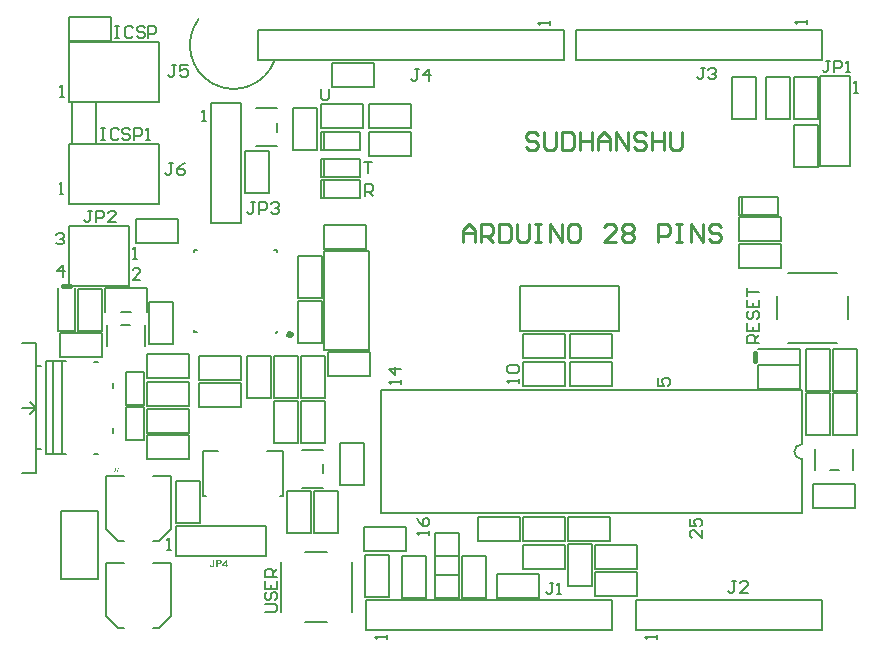
<source format=gto>
G04*
G04 #@! TF.GenerationSoftware,Altium Limited,Altium Designer,18.1.7 (191)*
G04*
G04 Layer_Color=65535*
%FSLAX44Y44*%
%MOMM*%
G71*
G01*
G75*
%ADD10C,0.2000*%
%ADD11C,0.5000*%
%ADD12C,0.4000*%
%ADD13C,0.2540*%
G36*
X136096Y68269D02*
Y68259D01*
Y68230D01*
Y68191D01*
Y68142D01*
Y68074D01*
X136087Y67996D01*
X136077Y67820D01*
X136058Y67616D01*
X136038Y67411D01*
X135999Y67216D01*
X135950Y67040D01*
Y67030D01*
X135940Y67021D01*
X135931Y66991D01*
X135911Y66952D01*
X135862Y66845D01*
X135794Y66718D01*
X135706Y66582D01*
X135580Y66426D01*
X135443Y66279D01*
X135267Y66143D01*
X135258D01*
X135248Y66133D01*
X135219Y66114D01*
X135180Y66094D01*
X135131Y66065D01*
X135072Y66035D01*
X135004Y66006D01*
X134926Y65977D01*
X134741Y65918D01*
X134516Y65860D01*
X134263Y65821D01*
X133970Y65811D01*
X133882D01*
X133814Y65821D01*
X133736Y65831D01*
X133648Y65840D01*
X133541Y65860D01*
X133434Y65879D01*
X133200Y65938D01*
X132956Y66035D01*
X132839Y66094D01*
X132722Y66162D01*
X132605Y66250D01*
X132507Y66338D01*
X132497Y66348D01*
X132488Y66367D01*
X132458Y66396D01*
X132429Y66435D01*
X132390Y66494D01*
X132351Y66562D01*
X132302Y66640D01*
X132254Y66728D01*
X132205Y66835D01*
X132156Y66952D01*
X132117Y67079D01*
X132078Y67216D01*
X132049Y67372D01*
X132020Y67537D01*
X132010Y67713D01*
X132000Y67898D01*
X133229Y68035D01*
Y68025D01*
Y68015D01*
Y67986D01*
X133239Y67947D01*
Y67850D01*
X133258Y67733D01*
X133278Y67596D01*
X133307Y67469D01*
X133336Y67352D01*
X133385Y67255D01*
X133395Y67245D01*
X133424Y67206D01*
X133473Y67147D01*
X133541Y67089D01*
X133629Y67021D01*
X133736Y66972D01*
X133863Y66933D01*
X134009Y66913D01*
X134078D01*
X134156Y66923D01*
X134243Y66943D01*
X134351Y66972D01*
X134448Y67021D01*
X134536Y67079D01*
X134614Y67157D01*
X134624Y67167D01*
X134643Y67206D01*
X134672Y67274D01*
X134712Y67382D01*
X134721Y67440D01*
X134741Y67518D01*
X134760Y67596D01*
X134770Y67694D01*
X134780Y67801D01*
X134789Y67918D01*
X134799Y68045D01*
Y68181D01*
Y72336D01*
X136096D01*
Y68269D01*
D02*
G37*
G36*
X146767Y68289D02*
X147557D01*
Y67216D01*
X146767D01*
Y65928D01*
X145577D01*
Y67216D01*
X142953D01*
Y68279D01*
X145733Y72356D01*
X146767D01*
Y68289D01*
D02*
G37*
G36*
X140047Y72327D02*
X140174D01*
X140437Y72317D01*
X140690Y72297D01*
X140808Y72288D01*
X140915Y72268D01*
X141003Y72258D01*
X141081Y72239D01*
X141090D01*
X141110Y72229D01*
X141129Y72219D01*
X141168Y72210D01*
X141276Y72171D01*
X141403Y72102D01*
X141549Y72024D01*
X141695Y71907D01*
X141851Y71771D01*
X141997Y71605D01*
Y71595D01*
X142017Y71585D01*
X142036Y71556D01*
X142056Y71517D01*
X142085Y71468D01*
X142114Y71410D01*
X142192Y71273D01*
X142261Y71088D01*
X142319Y70873D01*
X142358Y70629D01*
X142378Y70356D01*
Y70347D01*
Y70327D01*
Y70298D01*
Y70259D01*
X142368Y70152D01*
X142349Y70015D01*
X142329Y69859D01*
X142290Y69693D01*
X142232Y69527D01*
X142163Y69371D01*
X142154Y69352D01*
X142124Y69303D01*
X142076Y69235D01*
X142017Y69147D01*
X141939Y69040D01*
X141841Y68932D01*
X141734Y68835D01*
X141617Y68737D01*
X141607Y68727D01*
X141559Y68698D01*
X141490Y68659D01*
X141412Y68620D01*
X141305Y68562D01*
X141198Y68513D01*
X141071Y68474D01*
X140944Y68435D01*
X140925D01*
X140895Y68425D01*
X140856D01*
X140808Y68415D01*
X140749Y68406D01*
X140681Y68396D01*
X140603D01*
X140515Y68386D01*
X140417Y68376D01*
X140310Y68367D01*
X140183Y68357D01*
X140056D01*
X139920Y68347D01*
X138769D01*
Y65928D01*
X137472D01*
Y72336D01*
X139930D01*
X140047Y72327D01*
D02*
G37*
G36*
X52775Y148019D02*
Y148014D01*
Y148000D01*
Y147980D01*
Y147951D01*
X52770Y147917D01*
Y147878D01*
X52765Y147790D01*
X52751Y147688D01*
X52736Y147585D01*
X52712Y147483D01*
X52678Y147395D01*
X52673Y147385D01*
X52658Y147361D01*
X52634Y147322D01*
X52604Y147273D01*
X52561Y147215D01*
X52507Y147161D01*
X52439Y147107D01*
X52365Y147058D01*
X52356Y147054D01*
X52326Y147039D01*
X52283Y147024D01*
X52224Y147005D01*
X52151Y146980D01*
X52068Y146966D01*
X51971Y146951D01*
X51868Y146946D01*
X51829D01*
X51800Y146951D01*
X51766Y146956D01*
X51722Y146961D01*
X51629Y146976D01*
X51527Y147005D01*
X51419Y147049D01*
X51366Y147073D01*
X51317Y147107D01*
X51268Y147141D01*
X51224Y147185D01*
Y147190D01*
X51215Y147195D01*
X51205Y147210D01*
X51190Y147229D01*
X51171Y147259D01*
X51156Y147288D01*
X51132Y147327D01*
X51112Y147366D01*
X51093Y147415D01*
X51073Y147468D01*
X51054Y147527D01*
X51039Y147595D01*
X51024Y147663D01*
X51015Y147741D01*
X51010Y147819D01*
Y147907D01*
X51390Y147961D01*
Y147956D01*
Y147946D01*
Y147927D01*
X51395Y147902D01*
Y147873D01*
X51400Y147839D01*
X51415Y147761D01*
X51429Y147673D01*
X51454Y147590D01*
X51488Y147517D01*
X51507Y147483D01*
X51527Y147454D01*
X51532Y147449D01*
X51551Y147434D01*
X51575Y147410D01*
X51614Y147390D01*
X51663Y147366D01*
X51722Y147341D01*
X51790Y147327D01*
X51868Y147322D01*
X51897D01*
X51927Y147327D01*
X51961Y147332D01*
X52005Y147341D01*
X52053Y147351D01*
X52097Y147371D01*
X52141Y147395D01*
X52146Y147400D01*
X52161Y147410D01*
X52180Y147424D01*
X52205Y147449D01*
X52234Y147473D01*
X52258Y147507D01*
X52283Y147546D01*
X52302Y147590D01*
Y147595D01*
X52312Y147614D01*
X52317Y147644D01*
X52326Y147688D01*
X52336Y147746D01*
X52341Y147814D01*
X52351Y147897D01*
Y147995D01*
Y150204D01*
X52775D01*
Y148019D01*
D02*
G37*
G36*
X55404Y149858D02*
X55399Y149853D01*
X55389Y149843D01*
X55374Y149824D01*
X55350Y149799D01*
X55326Y149765D01*
X55292Y149726D01*
X55253Y149677D01*
X55214Y149629D01*
X55170Y149570D01*
X55121Y149502D01*
X55067Y149433D01*
X55019Y149355D01*
X54965Y149273D01*
X54906Y149185D01*
X54853Y149087D01*
X54794Y148990D01*
X54789Y148985D01*
X54780Y148965D01*
X54765Y148936D01*
X54745Y148897D01*
X54721Y148848D01*
X54692Y148790D01*
X54658Y148722D01*
X54623Y148648D01*
X54589Y148570D01*
X54550Y148483D01*
X54511Y148390D01*
X54472Y148292D01*
X54399Y148092D01*
X54331Y147878D01*
Y147873D01*
X54326Y147858D01*
X54321Y147839D01*
X54311Y147810D01*
X54302Y147771D01*
X54292Y147727D01*
X54282Y147673D01*
X54268Y147619D01*
X54258Y147556D01*
X54243Y147488D01*
X54219Y147341D01*
X54199Y147176D01*
X54185Y147000D01*
X53780D01*
Y147005D01*
Y147020D01*
Y147039D01*
X53785Y147068D01*
Y147102D01*
X53790Y147146D01*
X53794Y147200D01*
X53799Y147254D01*
X53809Y147317D01*
X53819Y147390D01*
X53829Y147463D01*
X53843Y147541D01*
X53858Y147629D01*
X53877Y147717D01*
X53926Y147912D01*
Y147917D01*
X53931Y147936D01*
X53941Y147966D01*
X53951Y148005D01*
X53965Y148053D01*
X53985Y148107D01*
X54004Y148170D01*
X54029Y148244D01*
X54058Y148317D01*
X54087Y148400D01*
X54155Y148575D01*
X54238Y148760D01*
X54331Y148946D01*
X54336Y148951D01*
X54345Y148970D01*
X54360Y148995D01*
X54380Y149029D01*
X54404Y149073D01*
X54433Y149121D01*
X54467Y149175D01*
X54502Y149239D01*
X54589Y149370D01*
X54687Y149512D01*
X54789Y149653D01*
X54901Y149789D01*
X53331D01*
Y150165D01*
X55404D01*
Y149858D01*
D02*
G37*
%LPC*%
G36*
X145577Y70483D02*
X144094Y68289D01*
X145577D01*
Y70483D01*
D02*
G37*
G36*
X139735Y71254D02*
X138769D01*
Y69430D01*
X139657D01*
X139725Y69440D01*
X139881D01*
X140056Y69449D01*
X140222Y69469D01*
X140369Y69498D01*
X140437Y69508D01*
X140486Y69527D01*
X140495Y69537D01*
X140525Y69547D01*
X140573Y69566D01*
X140632Y69605D01*
X140700Y69644D01*
X140768Y69703D01*
X140837Y69761D01*
X140895Y69839D01*
X140905Y69849D01*
X140915Y69878D01*
X140944Y69927D01*
X140973Y69986D01*
X140993Y70054D01*
X141022Y70142D01*
X141032Y70239D01*
X141042Y70337D01*
Y70356D01*
Y70395D01*
X141032Y70464D01*
X141012Y70542D01*
X140993Y70629D01*
X140954Y70727D01*
X140905Y70824D01*
X140837Y70912D01*
X140827Y70922D01*
X140798Y70951D01*
X140759Y70990D01*
X140690Y71039D01*
X140622Y71088D01*
X140525Y71137D01*
X140427Y71176D01*
X140310Y71205D01*
X140300D01*
X140261Y71215D01*
X140203Y71224D01*
X140115Y71234D01*
X139988D01*
X139822Y71244D01*
X139735Y71254D01*
D02*
G37*
%LPD*%
D10*
X633550Y170180D02*
G03*
X633550Y157480I0J-6350D01*
G01*
X122591Y529918D02*
G03*
X187134Y495251I29809J-21918D01*
G01*
X78780Y281840D02*
Y302160D01*
X57050Y281840D02*
X65500D01*
X43220D02*
Y302160D01*
X103500Y75300D02*
X179700D01*
X103500Y100700D02*
X179700D01*
X103500Y75300D02*
Y100700D01*
X179700Y75300D02*
Y100700D01*
X133300Y357100D02*
X158700D01*
X133300Y458700D02*
X158700D01*
Y357100D02*
Y458700D01*
X133300Y357100D02*
Y458700D01*
X12700Y303900D02*
X63500D01*
X12700D02*
Y354700D01*
X63500D01*
Y303900D02*
Y354700D01*
X649300Y405500D02*
Y481700D01*
X674700Y405500D02*
Y481700D01*
X649300D02*
X674700D01*
X649300Y405500D02*
X674700D01*
X34370Y240000D02*
X37370D01*
X50370Y218000D02*
Y222000D01*
Y180000D02*
Y184000D01*
X-6630Y241000D02*
X10370D01*
X-6630Y162000D02*
Y241000D01*
Y162000D02*
X10370D01*
X34370D02*
X37370D01*
X-630D02*
Y241000D01*
X7370Y162000D02*
Y241000D01*
X-14630Y146000D02*
Y256000D01*
X-26630D02*
X-14630D01*
X-26630Y146000D02*
X-14630D01*
X-26630Y201000D02*
X-14630D01*
Y236000D02*
X-10630D01*
X-14630Y166000D02*
X-10630D01*
X-19630Y206000D02*
X-14630Y201000D01*
X-15630Y200000D02*
Y201000D01*
X-19630Y196000D02*
X-15630Y200000D01*
X12700Y424180D02*
X88900D01*
Y373380D02*
Y424180D01*
X12700Y373380D02*
X88900D01*
X12700D02*
Y424180D01*
Y510540D02*
X88900D01*
Y459740D02*
Y510540D01*
X12700Y459740D02*
X88900D01*
X12700D02*
Y510540D01*
X172720Y520700D02*
X431800D01*
X172720Y495300D02*
Y520700D01*
Y495300D02*
X431800D01*
Y520700D01*
X441960D02*
X650240D01*
X441960Y495300D02*
X650240D01*
Y520700D01*
X441960Y495300D02*
Y520700D01*
X492760Y12700D02*
X650240D01*
X492760Y38100D02*
X650240D01*
X492760Y12700D02*
Y38100D01*
X650240Y12700D02*
Y38100D01*
X264160Y12700D02*
X472440D01*
X264160Y38100D02*
X472440D01*
X264160Y12700D02*
Y38100D01*
X472440Y12700D02*
Y38100D01*
X633550Y170180D02*
Y215830D01*
Y111830D02*
Y157480D01*
X277550Y111830D02*
X633350D01*
X277550D02*
Y215830D01*
X633350D01*
X472780Y242840D02*
Y263160D01*
X437220Y242840D02*
X472780D01*
X437220D02*
Y263160D01*
X472780D01*
X126400Y126000D02*
X129400D01*
X191400D02*
X194400D01*
Y164000D01*
X180400D02*
X194400D01*
X126400D02*
X139400D01*
X126400Y126000D02*
Y164000D01*
X479000Y266000D02*
Y304000D01*
X395000Y266000D02*
X479000D01*
X395000D02*
Y304000D01*
X479000D01*
X229000Y250000D02*
X267000D01*
X229000D02*
Y334000D01*
X267000D01*
Y250000D02*
Y334000D01*
X171500Y454500D02*
X189500D01*
X171500Y422500D02*
X189500D01*
Y434500D02*
Y442500D01*
X45000Y253500D02*
Y271500D01*
X77000Y253500D02*
Y271500D01*
X57000D02*
X65000D01*
X677000Y148500D02*
Y166500D01*
X645000Y148500D02*
Y166500D01*
X657000Y148500D02*
X665000D01*
X210500Y165500D02*
X228500D01*
X210500Y133500D02*
X228500D01*
Y145500D02*
Y153500D01*
X89500Y88500D02*
X99500Y98500D01*
X84500Y88500D02*
X89500D01*
X44500Y98500D02*
X54500Y88500D01*
X59500D01*
X44500Y98500D02*
Y143500D01*
X59500D01*
X84500D02*
X99500D01*
Y98500D02*
Y143500D01*
X89500Y14500D02*
X99500Y24500D01*
X84500Y14500D02*
X89500D01*
X44500Y24500D02*
X54500Y14500D01*
X59500D01*
X44500Y24500D02*
Y69500D01*
X59500D01*
X84500D02*
X99500D01*
Y24500D02*
Y69500D01*
X209840Y209220D02*
Y244780D01*
Y209220D02*
X230160D01*
Y244780D01*
X209840D02*
X230160D01*
X103840Y103220D02*
Y138780D01*
Y103220D02*
X124160D01*
Y138780D01*
X103840D02*
X124160D01*
X197840Y95220D02*
Y130780D01*
Y95220D02*
X218160D01*
Y130780D01*
X197840D02*
X218160D01*
X458220Y64840D02*
X493780D01*
Y85160D01*
X458220D02*
X493780D01*
X458220Y64840D02*
Y85160D01*
X235720Y493160D02*
X271280D01*
X235720Y472840D02*
Y493160D01*
Y472840D02*
X271280D01*
Y493160D01*
X397220Y64840D02*
X432780D01*
Y85160D01*
X397220D02*
X432780D01*
X397220Y64840D02*
Y85160D01*
X580220Y339910D02*
X615780D01*
X580220Y319590D02*
Y339910D01*
Y319590D02*
X615780D01*
Y339910D01*
X6000Y56000D02*
Y114000D01*
Y56000D02*
X38000D01*
Y114000D01*
X6000D02*
X38000D01*
X612500Y276500D02*
Y295500D01*
X672500Y276500D02*
Y295500D01*
X621500Y315500D02*
X663500D01*
X621500Y255500D02*
X663500D01*
X212500Y19250D02*
X231500D01*
X212500Y79250D02*
X231500D01*
X192500Y28250D02*
Y70250D01*
X252500Y28250D02*
Y70250D01*
X580220Y364380D02*
X582760D01*
X580220Y379620D02*
X582760D01*
Y364380D02*
Y379620D01*
X613240D01*
Y364380D02*
Y379620D01*
X582760Y364380D02*
X613240D01*
X580220D02*
Y379620D01*
X226220Y419380D02*
X228760D01*
X226220Y434620D02*
X228760D01*
Y419380D02*
Y434620D01*
X259240D01*
Y419380D02*
Y434620D01*
X228760Y419380D02*
X259240D01*
X226220D02*
Y434620D01*
Y396380D02*
X228760D01*
X226220Y411620D02*
X228760D01*
Y396380D02*
Y411620D01*
X259240D01*
Y396380D02*
Y411620D01*
X228760Y396380D02*
X259240D01*
X226220D02*
Y411620D01*
Y378460D02*
X228760D01*
X226220Y393700D02*
X228760D01*
Y378460D02*
Y393700D01*
X259240D01*
Y378460D02*
Y393700D01*
X228760Y378460D02*
X259240D01*
X226220D02*
Y393700D01*
X189000Y333000D02*
Y335000D01*
Y333000D02*
Y335000D01*
X187000D02*
X189000D01*
X119000Y333000D02*
Y335000D01*
X121000D01*
X119000D02*
X121000D01*
X119000Y265000D02*
X121000D01*
X119000D02*
Y267000D01*
Y265000D02*
Y267000D01*
X188000Y264000D02*
X190000Y266000D01*
X18000D02*
Y302000D01*
X4000Y266000D02*
X18000D01*
X4000D02*
Y302000D01*
X596000Y251000D02*
X632000D01*
Y237000D02*
Y251000D01*
X596000Y237000D02*
X632000D01*
X161840Y383220D02*
X182160D01*
X161840D02*
Y418780D01*
X182160D01*
Y383220D02*
Y418780D01*
X267220Y437590D02*
Y457910D01*
X302780D01*
Y437590D02*
Y457910D01*
X267220Y437590D02*
X302780D01*
X267220Y414590D02*
Y434910D01*
X302780D01*
Y414590D02*
Y434910D01*
X267220Y414590D02*
X302780D01*
X80840Y290780D02*
X101160D01*
Y255220D02*
Y290780D01*
X80840Y255220D02*
X101160D01*
X80840D02*
Y290780D01*
X105280Y340840D02*
Y361160D01*
X69720Y340840D02*
X105280D01*
X69720D02*
Y361160D01*
X105280D01*
X79220Y202840D02*
Y223160D01*
X114780D01*
Y202840D02*
Y223160D01*
X79220Y202840D02*
X114780D01*
X79220Y179840D02*
Y200160D01*
X114780D01*
Y179840D02*
Y200160D01*
X79220Y179840D02*
X114780D01*
X78970Y157340D02*
Y177660D01*
Y157340D02*
X114530D01*
Y177660D01*
X78970D02*
X114530D01*
X206840Y256220D02*
X227160D01*
X206840D02*
Y291780D01*
X227160D01*
Y256220D02*
Y291780D01*
X603080Y445160D02*
X623400D01*
X603080D02*
Y480720D01*
X623400D01*
Y445160D02*
Y480720D01*
X574040Y445160D02*
X594360D01*
X574040D02*
Y480720D01*
X594360D01*
Y445160D02*
Y480720D01*
X626680Y404520D02*
X647000D01*
X626680D02*
Y440080D01*
X647000D01*
Y404520D02*
Y440080D01*
X394780Y87840D02*
Y108160D01*
X359220Y87840D02*
X394780D01*
X359220D02*
Y108160D01*
X394780D01*
X596220Y216840D02*
Y237160D01*
X631780D01*
Y216840D02*
Y237160D01*
X596220Y216840D02*
X631780D01*
X261780Y437840D02*
Y458160D01*
X226220Y437840D02*
X261780D01*
X226220D02*
Y458160D01*
X261780D01*
X432780Y219840D02*
Y240160D01*
X397220Y219840D02*
X432780D01*
X397220D02*
Y240160D01*
X432780D01*
X615780Y341840D02*
Y362160D01*
X580220Y341840D02*
X615780D01*
X580220D02*
Y362160D01*
X615780D01*
X659840Y178220D02*
X680160D01*
X659840D02*
Y213780D01*
X680160D01*
Y178220D02*
Y213780D01*
X20840Y266220D02*
X41160D01*
X20840D02*
Y301780D01*
X41160D01*
Y266220D02*
Y301780D01*
X659920Y250780D02*
X680240D01*
Y215220D02*
Y250780D01*
X659920Y215220D02*
X680240D01*
X659920D02*
Y250780D01*
X263840Y76780D02*
X284160D01*
Y41220D02*
Y76780D01*
X263840Y41220D02*
X284160D01*
X263840D02*
Y76780D01*
X242840Y135220D02*
X263160D01*
X242840D02*
Y170780D01*
X263160D01*
Y135220D02*
Y170780D01*
X5220Y243840D02*
Y264160D01*
X40780D01*
Y243840D02*
Y264160D01*
X5220Y243840D02*
X40780D01*
X636840Y250780D02*
X657160D01*
Y215220D02*
Y250780D01*
X636840Y215220D02*
X657160D01*
X636840D02*
Y250780D01*
X298780Y79840D02*
Y100160D01*
X263220Y79840D02*
X298780D01*
X263220D02*
Y100160D01*
X298780D01*
X123470Y201840D02*
Y222160D01*
X159030D01*
Y201840D02*
Y222160D01*
X123470Y201840D02*
X159030D01*
X322840Y94780D02*
X343160D01*
Y59220D02*
Y94780D01*
X322840Y59220D02*
X343160D01*
X322840D02*
Y94780D01*
Y75780D02*
X343160D01*
Y40220D02*
Y75780D01*
X322840Y40220D02*
X343160D01*
X322840D02*
Y75780D01*
X61380Y203530D02*
Y231470D01*
Y203530D02*
X76620D01*
Y231470D01*
X61380D02*
X76620D01*
Y173530D02*
Y201470D01*
X61380D02*
X76620D01*
X61380Y173530D02*
Y201470D01*
Y173530D02*
X76620D01*
X186840Y209220D02*
X207160D01*
X186840D02*
Y244780D01*
X207160D01*
Y209220D02*
Y244780D01*
X206840Y329780D02*
X227160D01*
Y294220D02*
Y329780D01*
X206840Y294220D02*
X227160D01*
X206840D02*
Y329780D01*
X163840Y209220D02*
X184160D01*
X163840D02*
Y244780D01*
X184160D01*
Y209220D02*
Y244780D01*
X158780Y224840D02*
Y245160D01*
X123220Y224840D02*
X158780D01*
X123220D02*
Y245160D01*
X158780D01*
X15840Y459780D02*
X36160D01*
Y424220D02*
Y459780D01*
X15840Y424220D02*
X36160D01*
X15840D02*
Y459780D01*
X264780Y335840D02*
Y356160D01*
X229220Y335840D02*
X264780D01*
X229220D02*
Y356160D01*
X264780D01*
X267780Y227840D02*
Y248160D01*
X232220Y227840D02*
X267780D01*
X232220D02*
Y248160D01*
X267780D01*
X626680Y445160D02*
X647000D01*
X626680D02*
Y480720D01*
X647000D01*
Y445160D02*
Y480720D01*
X410780Y39840D02*
Y60160D01*
X375220Y39840D02*
X410780D01*
X375220D02*
Y60160D01*
X410780D01*
X294840Y75780D02*
X315160D01*
Y40220D02*
Y75780D01*
X294840Y40220D02*
X315160D01*
X294840D02*
Y75780D01*
X345840D02*
X366160D01*
Y40220D02*
Y75780D01*
X345840Y40220D02*
X366160D01*
X345840D02*
Y75780D01*
X48780Y511840D02*
Y532160D01*
X13220Y511840D02*
X48780D01*
X13220D02*
Y532160D01*
X48780D01*
X437220Y219840D02*
Y240160D01*
X472780D01*
Y219840D02*
Y240160D01*
X437220Y219840D02*
X472780D01*
X397220Y87840D02*
Y108160D01*
X432780D01*
Y87840D02*
Y108160D01*
X397220Y87840D02*
X432780D01*
X470780D02*
Y108160D01*
X435220Y87840D02*
X470780D01*
X435220D02*
Y108160D01*
X470780D01*
X397220Y242840D02*
Y263160D01*
X432780D01*
Y242840D02*
Y263160D01*
X397220Y242840D02*
X432780D01*
X202840Y419220D02*
X223160D01*
X202840D02*
Y454780D01*
X223160D01*
Y419220D02*
Y454780D01*
X678780Y116276D02*
Y136596D01*
X643220Y116276D02*
X678780D01*
X643220D02*
Y136596D01*
X678780D01*
X209840Y206780D02*
X230160D01*
Y171220D02*
Y206780D01*
X209840Y171220D02*
X230160D01*
X209840D02*
Y206780D01*
X43220Y302160D02*
X78780D01*
X114780Y225840D02*
Y246160D01*
X79220Y225840D02*
X114780D01*
X79220D02*
Y246160D01*
X114780D01*
X636840Y178220D02*
X657160D01*
X636840D02*
Y213780D01*
X657160D01*
Y178220D02*
Y213780D01*
X220840Y130780D02*
X241160D01*
Y95220D02*
Y130780D01*
X220840Y95220D02*
X241160D01*
X220840D02*
Y130780D01*
X186840Y171220D02*
X207160D01*
X186840D02*
Y206780D01*
X207160D01*
Y171220D02*
Y206780D01*
X458220Y41840D02*
Y62160D01*
X493780D01*
Y41840D02*
Y62160D01*
X458220Y41840D02*
X493780D01*
X435340Y49720D02*
X455660D01*
X435340D02*
Y85280D01*
X455660D01*
Y49720D02*
Y85280D01*
X226220Y471247D02*
Y462916D01*
X227886Y461250D01*
X231218D01*
X232885Y462916D01*
Y471247D01*
X262620Y409497D02*
X269285D01*
X265952D01*
Y399500D01*
X263620Y380500D02*
Y390497D01*
X268619D01*
X270285Y388831D01*
Y385498D01*
X268619Y383832D01*
X263620D01*
X266952D02*
X270285Y380500D01*
X548929Y97164D02*
Y90500D01*
X542264Y97164D01*
X540598D01*
X538932Y95498D01*
Y92166D01*
X540598Y90500D01*
X538932Y107161D02*
Y100497D01*
X543931D01*
X542264Y103829D01*
Y105495D01*
X543931Y107161D01*
X547263D01*
X548929Y105495D01*
Y102163D01*
X547263Y100497D01*
X318000Y93000D02*
Y96332D01*
Y94666D01*
X308003D01*
X309669Y93000D01*
X308003Y107995D02*
X309669Y104663D01*
X313002Y101331D01*
X316334D01*
X318000Y102997D01*
Y106329D01*
X316334Y107995D01*
X314668D01*
X313002Y106329D01*
Y101331D01*
X294250Y220780D02*
Y224112D01*
Y222446D01*
X284253D01*
X285919Y220780D01*
X294250Y234109D02*
X284253D01*
X289252Y229111D01*
Y235775D01*
X394000Y221980D02*
Y225312D01*
Y223646D01*
X384003D01*
X385669Y221980D01*
Y230311D02*
X384003Y231977D01*
Y235309D01*
X385669Y236975D01*
X392334D01*
X394000Y235309D01*
Y231977D01*
X392334Y230311D01*
X385669D01*
X511503Y226285D02*
Y219620D01*
X516502D01*
X514836Y222952D01*
Y224619D01*
X516502Y226285D01*
X519834D01*
X521500Y224619D01*
Y221286D01*
X519834Y219620D01*
X7619Y311500D02*
Y321497D01*
X2620Y316498D01*
X9285D01*
X2120Y347581D02*
X3786Y349247D01*
X7119D01*
X8785Y347581D01*
Y345914D01*
X7119Y344248D01*
X5452D01*
X7119D01*
X8785Y342582D01*
Y340916D01*
X7119Y339250D01*
X3786D01*
X2120Y340916D01*
X73464Y309000D02*
X66799D01*
X73464Y315665D01*
Y317331D01*
X71798Y318997D01*
X68465D01*
X66799Y317331D01*
X40000Y437497D02*
X43332D01*
X41666D01*
Y427500D01*
X40000D01*
X43332D01*
X54995Y435831D02*
X53329Y437497D01*
X49997D01*
X48331Y435831D01*
Y429166D01*
X49997Y427500D01*
X53329D01*
X54995Y429166D01*
X64992Y435831D02*
X63326Y437497D01*
X59994D01*
X58327Y435831D01*
Y434165D01*
X59994Y432498D01*
X63326D01*
X64992Y430832D01*
Y429166D01*
X63326Y427500D01*
X59994D01*
X58327Y429166D01*
X68324Y427500D02*
Y437497D01*
X73323D01*
X74989Y435831D01*
Y432498D01*
X73323Y430832D01*
X68324D01*
X78321Y427500D02*
X81653D01*
X79987D01*
Y437497D01*
X78321Y435831D01*
X52000Y523997D02*
X55332D01*
X53666D01*
Y514000D01*
X52000D01*
X55332D01*
X66995Y522331D02*
X65329Y523997D01*
X61997D01*
X60331Y522331D01*
Y515666D01*
X61997Y514000D01*
X65329D01*
X66995Y515666D01*
X76992Y522331D02*
X75326Y523997D01*
X71994D01*
X70327Y522331D01*
Y520664D01*
X71994Y518998D01*
X75326D01*
X76992Y517332D01*
Y515666D01*
X75326Y514000D01*
X71994D01*
X70327Y515666D01*
X80324Y514000D02*
Y523997D01*
X85323D01*
X86989Y522331D01*
Y518998D01*
X85323Y517332D01*
X80324D01*
X178753Y28000D02*
X187084D01*
X188750Y29666D01*
Y32998D01*
X187084Y34664D01*
X178753D01*
X180419Y44661D02*
X178753Y42995D01*
Y39663D01*
X180419Y37997D01*
X182085D01*
X183752Y39663D01*
Y42995D01*
X185418Y44661D01*
X187084D01*
X188750Y42995D01*
Y39663D01*
X187084Y37997D01*
X178753Y54658D02*
Y47994D01*
X188750D01*
Y54658D01*
X183752Y47994D02*
Y51326D01*
X188750Y57990D02*
X178753D01*
Y62989D01*
X180419Y64655D01*
X183752D01*
X185418Y62989D01*
Y57990D01*
Y61323D02*
X188750Y64655D01*
X597000Y256000D02*
X587003D01*
Y260998D01*
X588669Y262665D01*
X592002D01*
X593668Y260998D01*
Y256000D01*
Y259332D02*
X597000Y262665D01*
X587003Y272661D02*
Y265997D01*
X597000D01*
Y272661D01*
X592002Y265997D02*
Y269329D01*
X588669Y282658D02*
X587003Y280992D01*
Y277660D01*
X588669Y275994D01*
X590336D01*
X592002Y277660D01*
Y280992D01*
X593668Y282658D01*
X595334D01*
X597000Y280992D01*
Y277660D01*
X595334Y275994D01*
X587003Y292655D02*
Y285990D01*
X597000D01*
Y292655D01*
X592002Y285990D02*
Y289323D01*
X587003Y295987D02*
Y302652D01*
Y299319D01*
X597000D01*
X96000Y81000D02*
X99332D01*
X97666D01*
Y90997D01*
X96000Y89331D01*
X125680Y443460D02*
X129012D01*
X127346D01*
Y453457D01*
X125680Y451791D01*
X67000Y327000D02*
X70332D01*
X68666D01*
Y336997D01*
X67000Y335331D01*
X678000Y467750D02*
X681332D01*
X679666D01*
Y477747D01*
X678000Y476081D01*
X5000Y382000D02*
X8332D01*
X6666D01*
Y391997D01*
X5000Y390331D01*
X5500Y464250D02*
X8832D01*
X7166D01*
Y474247D01*
X5500Y472581D01*
X420000Y525000D02*
Y528332D01*
Y526666D01*
X410003D01*
X411669Y525000D01*
X638000Y526000D02*
Y529332D01*
Y527666D01*
X628003D01*
X629669Y526000D01*
X510540Y5080D02*
Y8412D01*
Y6746D01*
X500543D01*
X502209Y5080D01*
X281940D02*
Y8412D01*
Y6746D01*
X271943D01*
X273609Y5080D01*
X170665Y374997D02*
X167332D01*
X168998D01*
Y366666D01*
X167332Y365000D01*
X165666D01*
X164000Y366666D01*
X173997Y365000D02*
Y374997D01*
X178995D01*
X180661Y373331D01*
Y369998D01*
X178995Y368332D01*
X173997D01*
X183994Y373331D02*
X185660Y374997D01*
X188992D01*
X190658Y373331D01*
Y371665D01*
X188992Y369998D01*
X187326D01*
X188992D01*
X190658Y368332D01*
Y366666D01*
X188992Y365000D01*
X185660D01*
X183994Y366666D01*
X32664Y367997D02*
X29332D01*
X30998D01*
Y359666D01*
X29332Y358000D01*
X27666D01*
X26000Y359666D01*
X35997Y358000D02*
Y367997D01*
X40995D01*
X42661Y366331D01*
Y362998D01*
X40995Y361332D01*
X35997D01*
X52658Y358000D02*
X45994D01*
X52658Y364664D01*
Y366331D01*
X50992Y367997D01*
X47660D01*
X45994Y366331D01*
X657664Y494997D02*
X654332D01*
X655998D01*
Y486666D01*
X654332Y485000D01*
X652666D01*
X651000Y486666D01*
X660997Y485000D02*
Y494997D01*
X665995D01*
X667661Y493331D01*
Y489998D01*
X665995Y488332D01*
X660997D01*
X670994Y485000D02*
X674326D01*
X672660D01*
Y494997D01*
X670994Y493331D01*
X101165Y407997D02*
X97832D01*
X99498D01*
Y399666D01*
X97832Y398000D01*
X96166D01*
X94500Y399666D01*
X111161Y407997D02*
X107829Y406331D01*
X104497Y402998D01*
Y399666D01*
X106163Y398000D01*
X109495D01*
X111161Y399666D01*
Y401332D01*
X109495Y402998D01*
X104497D01*
X103665Y490997D02*
X100332D01*
X101998D01*
Y482666D01*
X100332Y481000D01*
X98666D01*
X97000Y482666D01*
X113661Y490997D02*
X106997D01*
Y485998D01*
X110329Y487664D01*
X111995D01*
X113661Y485998D01*
Y482666D01*
X111995Y481000D01*
X108663D01*
X106997Y482666D01*
X309445Y487997D02*
X306112D01*
X307778D01*
Y479666D01*
X306112Y478000D01*
X304446D01*
X302780Y479666D01*
X317775Y478000D02*
Y487997D01*
X312777Y482998D01*
X319441D01*
X551115Y488997D02*
X547782D01*
X549448D01*
Y480666D01*
X547782Y479000D01*
X546116D01*
X544450Y480666D01*
X554447Y487331D02*
X556113Y488997D01*
X559445D01*
X561111Y487331D01*
Y485664D01*
X559445Y483998D01*
X557779D01*
X559445D01*
X561111Y482332D01*
Y480666D01*
X559445Y479000D01*
X556113D01*
X554447Y480666D01*
X577664Y53997D02*
X574332D01*
X575998D01*
Y45666D01*
X574332Y44000D01*
X572666D01*
X571000Y45666D01*
X587661Y44000D02*
X580997D01*
X587661Y50665D01*
Y52331D01*
X585995Y53997D01*
X582663D01*
X580997Y52331D01*
X423224Y52997D02*
X419892D01*
X421558D01*
Y44666D01*
X419892Y43000D01*
X418226D01*
X416560Y44666D01*
X426557Y43000D02*
X429889D01*
X428223D01*
Y52997D01*
X426557Y51331D01*
D11*
X201000Y263000D02*
G03*
X201000Y263000I-1000J0D01*
G01*
D12*
X8000Y304000D02*
X14000D01*
X594000Y241000D02*
Y247000D01*
D13*
X346744Y341000D02*
Y351157D01*
X351823Y356235D01*
X356901Y351157D01*
Y341000D01*
Y348618D01*
X346744D01*
X361979Y341000D02*
Y356235D01*
X369597D01*
X372136Y353696D01*
Y348618D01*
X369597Y346078D01*
X361979D01*
X367058D02*
X372136Y341000D01*
X377215Y356235D02*
Y341000D01*
X384832D01*
X387371Y343539D01*
Y353696D01*
X384832Y356235D01*
X377215D01*
X392449D02*
Y343539D01*
X394989Y341000D01*
X400067D01*
X402606Y343539D01*
Y356235D01*
X407685D02*
X412763D01*
X410224D01*
Y341000D01*
X407685D01*
X412763D01*
X420381D02*
Y356235D01*
X430537Y341000D01*
Y356235D01*
X443233D02*
X438155D01*
X435616Y353696D01*
Y343539D01*
X438155Y341000D01*
X443233D01*
X445772Y343539D01*
Y353696D01*
X443233Y356235D01*
X476242Y341000D02*
X466086D01*
X476242Y351157D01*
Y353696D01*
X473703Y356235D01*
X468625D01*
X466086Y353696D01*
X481321D02*
X483860Y356235D01*
X488938D01*
X491478Y353696D01*
Y351157D01*
X488938Y348618D01*
X491478Y346078D01*
Y343539D01*
X488938Y341000D01*
X483860D01*
X481321Y343539D01*
Y346078D01*
X483860Y348618D01*
X481321Y351157D01*
Y353696D01*
X483860Y348618D02*
X488938D01*
X511791Y341000D02*
Y356235D01*
X519408D01*
X521948Y353696D01*
Y348618D01*
X519408Y346078D01*
X511791D01*
X527026Y356235D02*
X532104D01*
X529565D01*
Y341000D01*
X527026D01*
X532104D01*
X539722D02*
Y356235D01*
X549879Y341000D01*
Y356235D01*
X565114Y353696D02*
X562575Y356235D01*
X557496D01*
X554957Y353696D01*
Y351157D01*
X557496Y348618D01*
X562575D01*
X565114Y346078D01*
Y343539D01*
X562575Y341000D01*
X557496D01*
X554957Y343539D01*
X410157Y431696D02*
X407617Y434235D01*
X402539D01*
X400000Y431696D01*
Y429157D01*
X402539Y426618D01*
X407617D01*
X410157Y424078D01*
Y421539D01*
X407617Y419000D01*
X402539D01*
X400000Y421539D01*
X415235Y434235D02*
Y421539D01*
X417774Y419000D01*
X422853D01*
X425392Y421539D01*
Y434235D01*
X430470D02*
Y419000D01*
X438088D01*
X440627Y421539D01*
Y431696D01*
X438088Y434235D01*
X430470D01*
X445705D02*
Y419000D01*
Y426618D01*
X455862D01*
Y434235D01*
Y419000D01*
X460940D02*
Y429157D01*
X466019Y434235D01*
X471097Y429157D01*
Y419000D01*
Y426618D01*
X460940D01*
X476175Y419000D02*
Y434235D01*
X486332Y419000D01*
Y434235D01*
X501567Y431696D02*
X499028Y434235D01*
X493950D01*
X491410Y431696D01*
Y429157D01*
X493950Y426618D01*
X499028D01*
X501567Y424078D01*
Y421539D01*
X499028Y419000D01*
X493950D01*
X491410Y421539D01*
X506646Y434235D02*
Y419000D01*
Y426618D01*
X516802D01*
Y434235D01*
Y419000D01*
X521881Y434235D02*
Y421539D01*
X524420Y419000D01*
X529498D01*
X532037Y421539D01*
Y434235D01*
M02*

</source>
